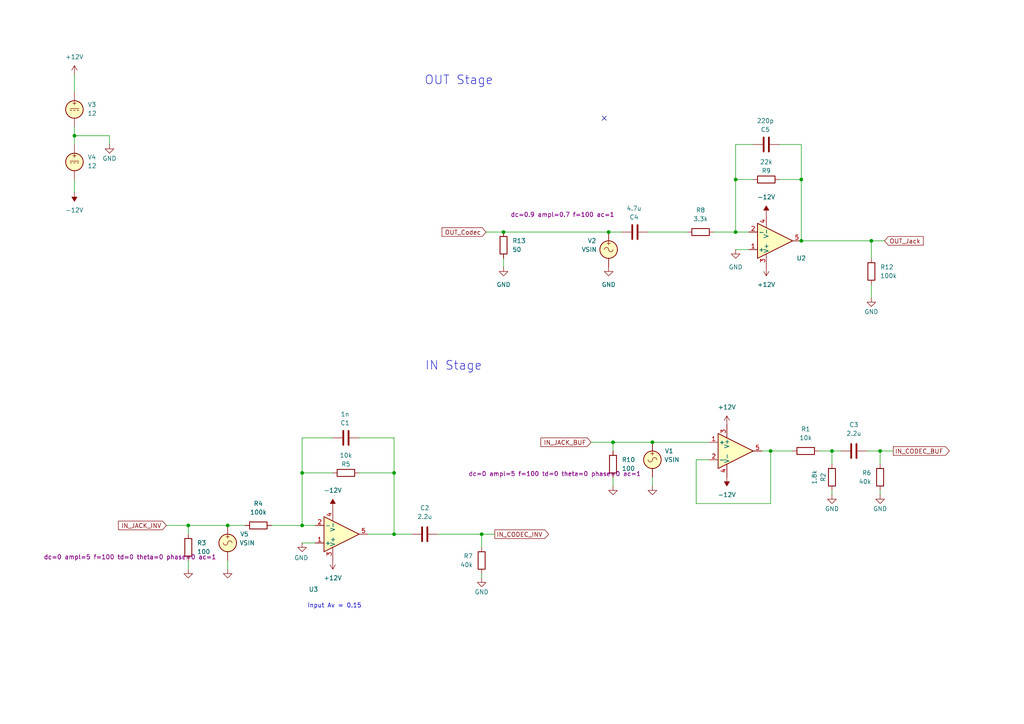
<source format=kicad_sch>
(kicad_sch (version 20250114) (generator "eeschema") (generator_version "9.0")
  (paper "A4")
  (lib_symbols
    (symbol "Device:C" (pin_numbers (hide yes)) (pin_names (offset 0.254))
      (property "Reference" "C" (at 0.635 2.54 0))
      (property "Value" "C" (at 0.635 -2.54 0))
      (symbol "C_0_1"
        (polyline (pts (xy -2.032 0.762) (xy 2.032 0.762)) (stroke (width 0.508)))
        (polyline (pts (xy -2.032 -0.762) (xy 2.032 -0.762)) (stroke (width 0.508)))
      )
      (symbol "C_1_1"
        (pin passive line (at 0 3.81 270) (length 2.794) (name "~") (number "1"))
        (pin passive line (at 0 -3.81 90) (length 2.794) (name "~") (number "2"))
      )
    )
    (symbol "Device:R" (pin_numbers (hide yes)) (pin_names (offset 0))
      (property "Reference" "R" (at 2.032 0 90))
      (property "Value" "R" (at 0 0 90))
      (symbol "R_0_1"
        (rectangle (start -1.016 -2.54) (end 1.016 2.54) (stroke (width 0.254)))
      )
      (symbol "R_1_1"
        (pin passive line (at 0 3.81 270) (length 1.27) (name "~") (number "1"))
        (pin passive line (at 0 -3.81 90) (length 1.27) (name "~") (number "2"))
      )
    )
    (symbol "Simulation_SPICE:OPAMP" (pin_names (offset 0.254))
      (property "Reference" "U" (at 3.81 3.175 0))
      (property "Value" "${SIM.PARAMS}" (at 3.81 -3.175 0))
      (symbol "OPAMP_0_1"
        (polyline (pts (xy 5.08 0) (xy -5.08 5.08) (xy -5.08 -5.08) (xy 5.08 0)) (stroke (width 0.254)) (fill (type background)))
      )
      (symbol "OPAMP_1_1"
        (pin input line (at -7.62 2.54 0) (length 2.54) (name "+") (number "1"))
        (pin input line (at -7.62 -2.54 0) (length 2.54) (name "-") (number "2"))
        (pin power_in line (at -2.54 7.62 270) (length 3.81) (name "V+") (number "3"))
        (pin power_in line (at -2.54 -7.62 90) (length 3.81) (name "V-") (number "4"))
        (pin output line (at 7.62 0 180) (length 2.54) (name "~") (number "5"))
      )
    )
    (symbol "Simulation_SPICE:VDC" (pin_numbers (hide yes)) (pin_names (offset 0.0254))
      (property "Reference" "V" (at 2.54 2.54 0))
      (property "Value" "1" (at 2.54 0 0))
      (symbol "VDC_0_0"
        (polyline (pts (xy -1.27 0.254) (xy 1.27 0.254)))
        (polyline (pts (xy -0.762 -0.254) (xy -1.27 -0.254)))
        (polyline (pts (xy 0.254 -0.254) (xy -0.254 -0.254)))
        (polyline (pts (xy 1.27 -0.254) (xy 0.762 -0.254)))
        (text "+" (at 0 1.905 0) (effects (font (size 1.27 1.27))))
      )
      (symbol "VDC_0_1"
        (circle (center 0 0) (radius 2.54) (stroke (width 0.254)) (fill (type background)))
      )
      (symbol "VDC_1_1"
        (pin passive line (at 0 5.08 270) (length 2.54) (name "~") (number "1"))
        (pin passive line (at 0 -5.08 90) (length 2.54) (name "~") (number "2"))
      )
    )
    (symbol "Simulation_SPICE:VSIN" (pin_numbers (hide yes)) (pin_names (offset 0.0254))
      (property "Reference" "V" (at 2.54 2.54 0))
      (property "Value" "VSIN" (at 2.54 0 0))
      (property "Sim.Params" "dc=0 ampl=1 f=1k ac=1" (at 2.54 -2.54 0))
      (symbol "VSIN_0_0"
        (arc (start -1.27 0) (mid -0.635 0.6323) (end 0 0))
        (arc (start 1.27 0) (mid 0.635 -0.6323) (end 0 0))
        (text "+" (at 0 1.905 0) (effects (font (size 1.27 1.27))))
      )
      (symbol "VSIN_0_1"
        (circle (center 0 0) (radius 2.54) (stroke (width 0.254)) (fill (type background)))
      )
      (symbol "VSIN_1_1"
        (pin passive line (at 0 5.08 270) (length 2.54) (name "~") (number "1"))
        (pin passive line (at 0 -5.08 90) (length 2.54) (name "~") (number "2"))
      )
    )
    (symbol "power:+5V" (power) (pin_numbers (hide yes)) (pin_names (offset 0) (hide yes))
      (property "Value" "+5V" (at 0 3.556 0))
      (symbol "+5V_0_1"
        (polyline (pts (xy -0.762 1.27) (xy 0 2.54)))
        (polyline (pts (xy 0 2.54) (xy 0.762 1.27)))
        (polyline (pts (xy 0 0) (xy 0 2.54)))
      )
      (symbol "+5V_1_1"
        (pin power_in line (at 0 0 90) (length 0) (name "~") (number "1"))
      )
    )
    (symbol "power:-12V" (power) (pin_numbers (hide yes)) (pin_names (offset 0) (hide yes))
      (property "Value" "-12V" (at 0 3.556 0))
      (symbol "-12V_0_0"
        (pin power_in line (at 0 0 90) (length 0) (name "~") (number "1"))
      )
      (symbol "-12V_0_1"
        (polyline (pts (xy 0 0) (xy 0 1.27) (xy 0.762 1.27) (xy 0 2.54) (xy -0.762 1.27) (xy 0 1.27)) (fill (type outline)))
      )
    )
    (symbol "power:GND" (power) (pin_numbers (hide yes)) (pin_names (offset 0) (hide yes))
      (property "Value" "GND" (at 0 -3.81 0))
      (symbol "GND_0_1"
        (polyline (pts (xy 0 0) (xy 0 -1.27) (xy 1.27 -1.27) (xy 0 -2.54) (xy -1.27 -1.27) (xy 0 -1.27)))
      )
      (symbol "GND_1_1"
        (pin power_in line (at 0 0 270) (length 0) (name "~") (number "1"))
      )
    )
  )
  (text "OUT Stage" (at 133.096 23.368 0) (effects (font (size 2.54 2.54))))
  (text "IN Stage" (at 131.572 106.172 0) (effects (font (size 2.54 2.54))))
  (text "Input Av = 0.15" (at 97.028 175.768 0) (effects (font (size 1.27 1.27))))
  (junction (at 114.3 137.16))
  (junction (at 255.27 130.81))
  (junction (at 252.73 69.85))
  (junction (at 241.3 130.81))
  (junction (at 176.53 67.31))
  (junction (at 232.41 69.85))
  (junction (at 146.05 67.31))
  (junction (at 87.63 137.16))
  (junction (at 114.3 154.94))
  (junction (at 213.36 52.07))
  (junction (at 21.59 39.37))
  (junction (at 66.04 152.4))
  (junction (at 54.61 152.4))
  (junction (at 139.7 154.94))
  (junction (at 177.8 128.27))
  (junction (at 223.52 130.81))
  (junction (at 189.23 128.27))
  (junction (at 213.36 67.31))
  (junction (at 87.63 152.4))
  (junction (at 232.41 52.07))
  (no_connect (at 175.26 34.29))
  (wire (pts (xy 21.59 39.37) (xy 21.59 41.91)))
  (wire (pts (xy 87.63 157.48) (xy 91.44 157.48)))
  (wire (pts (xy 213.36 67.31) (xy 213.36 52.07)))
  (wire (pts (xy 114.3 137.16) (xy 114.3 127)))
  (wire (pts (xy 106.68 154.94) (xy 114.3 154.94)))
  (wire (pts (xy 21.59 52.07) (xy 21.59 55.88)))
  (wire (pts (xy 226.06 52.07) (xy 232.41 52.07)))
  (wire (pts (xy 139.7 154.94) (xy 143.51 154.94)))
  (wire (pts (xy 252.73 74.93) (xy 252.73 69.85)))
  (wire (pts (xy 54.61 152.4) (xy 66.04 152.4)))
  (wire (pts (xy 54.61 154.94) (xy 54.61 152.4)))
  (wire (pts (xy 177.8 130.81) (xy 177.8 128.27)))
  (wire (pts (xy 241.3 130.81) (xy 243.84 130.81)))
  (wire (pts (xy 226.06 41.91) (xy 232.41 41.91)))
  (wire (pts (xy 104.14 137.16) (xy 114.3 137.16)))
  (wire (pts (xy 237.49 130.81) (xy 241.3 130.81)))
  (wire (pts (xy 139.7 166.37) (xy 139.7 167.64)))
  (wire (pts (xy 21.59 36.83) (xy 21.59 39.37)))
  (wire (pts (xy 78.74 152.4) (xy 87.63 152.4)))
  (wire (pts (xy 87.63 137.16) (xy 96.52 137.16)))
  (wire (pts (xy 241.3 142.24) (xy 241.3 143.51)))
  (wire (pts (xy 140.97 67.31) (xy 146.05 67.31)))
  (wire (pts (xy 54.61 162.56) (xy 54.61 165.1)))
  (wire (pts (xy 171.45 128.27) (xy 177.8 128.27)))
  (wire (pts (xy 96.52 127) (xy 87.63 127)))
  (wire (pts (xy 189.23 128.27) (xy 205.74 128.27)))
  (wire (pts (xy 213.36 72.39) (xy 217.17 72.39)))
  (wire (pts (xy 176.53 67.31) (xy 180.34 67.31)))
  (wire (pts (xy 31.75 39.37) (xy 31.75 41.91)))
  (wire (pts (xy 201.93 133.35) (xy 201.93 146.05)))
  (wire (pts (xy 213.36 41.91) (xy 213.36 52.07)))
  (wire (pts (xy 139.7 154.94) (xy 139.7 158.75)))
  (wire (pts (xy 213.36 67.31) (xy 217.17 67.31)))
  (wire (pts (xy 177.8 138.43) (xy 177.8 140.97)))
  (wire (pts (xy 251.46 130.81) (xy 255.27 130.81)))
  (wire (pts (xy 252.73 69.85) (xy 256.54 69.85)))
  (wire (pts (xy 220.98 130.81) (xy 223.52 130.81)))
  (wire (pts (xy 114.3 137.16) (xy 114.3 154.94)))
  (wire (pts (xy 201.93 146.05) (xy 223.52 146.05)))
  (wire (pts (xy 223.52 130.81) (xy 229.87 130.81)))
  (wire (pts (xy 187.96 67.31) (xy 199.39 67.31)))
  (wire (pts (xy 146.05 67.31) (xy 176.53 67.31)))
  (wire (pts (xy 255.27 130.81) (xy 255.27 134.62)))
  (wire (pts (xy 232.41 69.85) (xy 252.73 69.85)))
  (wire (pts (xy 252.73 82.55) (xy 252.73 86.36)))
  (wire (pts (xy 255.27 142.24) (xy 255.27 143.51)))
  (wire (pts (xy 114.3 154.94) (xy 119.38 154.94)))
  (wire (pts (xy 255.27 130.81) (xy 259.08 130.81)))
  (wire (pts (xy 232.41 52.07) (xy 232.41 69.85)))
  (wire (pts (xy 87.63 152.4) (xy 87.63 137.16)))
  (wire (pts (xy 21.59 39.37) (xy 31.75 39.37)))
  (wire (pts (xy 232.41 41.91) (xy 232.41 52.07)))
  (wire (pts (xy 48.26 152.4) (xy 54.61 152.4)))
  (wire (pts (xy 177.8 128.27) (xy 189.23 128.27)))
  (wire (pts (xy 87.63 127) (xy 87.63 137.16)))
  (wire (pts (xy 207.01 67.31) (xy 213.36 67.31)))
  (wire (pts (xy 218.44 41.91) (xy 213.36 41.91)))
  (wire (pts (xy 201.93 133.35) (xy 205.74 133.35)))
  (wire (pts (xy 21.59 21.59) (xy 21.59 26.67)))
  (wire (pts (xy 213.36 52.07) (xy 218.44 52.07)))
  (wire (pts (xy 87.63 152.4) (xy 91.44 152.4)))
  (wire (pts (xy 127 154.94) (xy 139.7 154.94)))
  (wire (pts (xy 189.23 138.43) (xy 189.23 140.97)))
  (wire (pts (xy 66.04 162.56) (xy 66.04 165.1)))
  (wire (pts (xy 104.14 127) (xy 114.3 127)))
  (wire (pts (xy 66.04 152.4) (xy 71.12 152.4)))
  (wire (pts (xy 146.05 74.93) (xy 146.05 77.47)))
  (wire (pts (xy 241.3 130.81) (xy 241.3 134.62)))
  (wire (pts (xy 223.52 146.05) (xy 223.52 130.81)))
  (global_label "IN_CODEC_BUF" (shape output) (at 259.08 130.81 0) (property "Intersheetrefs" "${INTERSHEET_REFS}" (effects (hide yes))))
  (global_label "IN_JACK_INV" (shape input) (at 48.26 152.4 180) (property "Intersheetrefs" "${INTERSHEET_REFS}" (effects (hide yes))))
  (global_label "OUT_Codec" (shape input) (at 140.97 67.31 180) (property "Intersheetrefs" "${INTERSHEET_REFS}" (effects (hide yes))))
  (global_label "OUT_Jack" (shape input) (at 256.54 69.85 0) (property "Intersheetrefs" "${INTERSHEET_REFS}" (effects (hide yes))))
  (global_label "IN_CODEC_INV" (shape output) (at 143.51 154.94 0) (property "Intersheetrefs" "${INTERSHEET_REFS}" (effects (hide yes))))
  (global_label "IN_JACK_BUF" (shape input) (at 171.45 128.27 180) (property "Intersheetrefs" "${INTERSHEET_REFS}" (effects (hide yes))))
  (symbol (lib_id "Device:R") (at 74.93 152.4 90) (mirror x) (unit 1)
    (property "Reference" "R4" (at 74.93 146.05 90))
    (property "Value" "100k" (at 74.93 148.59 90))
    (property "Description" "Resistor" (effects (hide yes)))
  )
  (symbol (lib_id "power:-12V") (at 210.82 138.43 0) (mirror x) (unit 1)
    (property "Reference" "#PWR02" (effects (hide yes)))
    (property "Value" "-12V" (at 210.82 143.51 0))
    (property "Description" "Power symbol creates a global label with name \"-12V\"" (effects (hide yes)))
  )
  (symbol (lib_id "Simulation_SPICE:OPAMP") (at 224.79 69.85 0) (mirror x) (unit 1)
    (property "Reference" "U2" (at 232.41 74.8986 0))
    (property "Value" "${SIM.PARAMS}" (at 232.41 72.9935 0))
    (property "Datasheet" "https://ngspice.sourceforge.io/docs/ngspice-html-manual/manual.xhtml#sec__SUBCKT_Subcircuits" (effects (hide yes)))
    (property "Description" "Operational amplifier, single, node sequence=1:+ 2:- 3:OUT 4:V+ 5:V-" (effects (hide yes)))
    (property "Sim.Pins" "1=in+ 2=in- 3=vcc 4=vee 5=out" (effects (hide yes)))
    (property "Sim.Device" "SUBCKT" (effects (hide yes)))
    (property "Sim.Library" "${KICAD7_SYMBOL_DIR}/Simulation_SPICE.sp" (effects (hide yes)))
    (property "Sim.Name" "kicad_builtin_opamp" (effects (hide yes)))
  )
  (symbol (lib_id "power:GND") (at 189.23 140.97 0) (mirror y) (unit 1)
    (property "Reference" "#PWR01" (effects (hide yes)))
    (property "Value" "GND" (effects (hide yes)))
    (property "Description" "Power symbol creates a global label with name \"GND\" , ground" (effects (hide yes)))
  )
  (symbol (lib_id "power:-12V") (at 21.59 55.88 0) (mirror x) (unit 1)
    (property "Reference" "#PWR013" (effects (hide yes)))
    (property "Value" "-12V" (at 21.59 60.96 0))
    (property "Description" "Power symbol creates a global label with name \"-12V\"" (effects (hide yes)))
  )
  (symbol (lib_id "Device:R") (at 255.27 138.43 0) (mirror x) (unit 1)
    (property "Reference" "R6" (at 252.73 137.1599 0) (effects (justify right)))
    (property "Value" "40k" (at 252.73 139.6999 0) (effects (justify right)))
    (property "Description" "Resistor" (effects (hide yes)))
  )
  (symbol (lib_id "power:GND") (at 54.61 165.1 0) (mirror y) (unit 1)
    (property "Reference" "#PWR05" (effects (hide yes)))
    (property "Value" "GND" (effects (hide yes)))
    (property "Description" "Power symbol creates a global label with name \"GND\" , ground" (effects (hide yes)))
  )
  (symbol (lib_id "Simulation_SPICE:VSIN") (at 189.23 133.35 0) (mirror y) (unit 1) (in_bom no) (on_board no)
    (property "Reference" "V1" (at 195.326 130.81 0) (effects (justify left)))
    (property "Value" "VSIN" (at 197.104 133.35 0) (effects (justify left)))
    (property "Datasheet" "https://ngspice.sourceforge.io/docs/ngspice-html-manual/manual.xhtml#sec_Independent_Sources_for" (effects (hide yes)))
    (property "Description" "Voltage source, sinusoidal" (effects (hide yes)))
    (property "Sim.Pins" "1=+ 2=-" (effects (hide yes)))
    (property "Sim.Params" "dc=0 ampl=5 f=100 td=0 theta=0 phase=0 ac=1" (at 185.928 137.414 0) (effects (justify left)))
    (property "Sim.Type" "SIN" (effects (hide yes)))
    (property "Sim.Device" "V" (effects (hide yes)))
  )
  (symbol (lib_id "power:-12V") (at 96.52 147.32 0) (mirror y) (unit 1)
    (property "Reference" "#PWR019" (effects (hide yes)))
    (property "Value" "-12V" (at 96.52 142.24 0))
    (property "Description" "Power symbol creates a global label with name \"-12V\"" (effects (hide yes)))
  )
  (symbol (lib_id "power:GND") (at 146.05 77.47 0) (unit 1) (in_bom no) (on_board no)
    (property "Reference" "#PWR017" (effects (hide yes)))
    (property "Value" "GND" (at 146.05 82.55 0))
    (property "Description" "Power symbol creates a global label with name \"GND\" , ground" (effects (hide yes)))
  )
  (symbol (lib_id "power:GND") (at 241.3 143.51 0) (unit 1)
    (property "Reference" "#PWR04" (effects (hide yes)))
    (property "Value" "GND" (at 241.3 147.574 0))
    (property "Description" "Power symbol creates a global label with name \"GND\" , ground" (effects (hide yes)))
  )
  (symbol (lib_id "Device:R") (at 146.05 71.12 180) (unit 1)
    (property "Reference" "R13" (at 148.59 69.8499 0) (effects (justify right)))
    (property "Value" "50" (at 148.59 72.3899 0) (effects (justify right)))
    (property "Description" "Resistor" (effects (hide yes)))
  )
  (symbol (lib_id "power:+5V") (at 21.59 21.59 0) (mirror y) (unit 1)
    (property "Reference" "#PWR014" (effects (hide yes)))
    (property "Value" "+12V" (at 21.59 16.51 0))
    (property "Description" "Power symbol creates a global label with name \"+5V\"" (effects (hide yes)))
  )
  (symbol (lib_id "Device:R") (at 241.3 138.43 0) (mirror x) (unit 1)
    (property "Reference" "R2" (at 238.76 138.43 90))
    (property "Value" "1.8k" (at 236.22 138.43 90))
    (property "Description" "Resistor" (effects (hide yes)))
  )
  (symbol (lib_id "Simulation_SPICE:VDC") (at 21.59 31.75 0) (unit 1)
    (property "Reference" "V3" (at 25.4 30.3501 0) (effects (justify left)))
    (property "Value" "12" (at 25.4 32.8901 0) (effects (justify left)))
    (property "Datasheet" "https://ngspice.sourceforge.io/docs/ngspice-html-manual/manual.xhtml#sec_Independent_Sources_for" (effects (hide yes)))
    (property "Description" "Voltage source, DC" (effects (hide yes)))
    (property "Sim.Pins" "1=+ 2=-" (effects (hide yes)))
    (property "Sim.Type" "DC" (effects (hide yes)))
    (property "Sim.Device" "V" (effects (hide yes)))
  )
  (symbol (lib_id "Device:C") (at 222.25 41.91 270) (mirror x) (unit 1)
    (property "Reference" "C5" (at 221.996 37.592 90))
    (property "Value" "220p" (at 221.996 35.052 90))
    (property "Description" "Unpolarized capacitor" (effects (hide yes)))
  )
  (symbol (lib_id "Device:R") (at 177.8 134.62 180) (unit 1)
    (property "Reference" "R10" (at 180.34 133.3499 0) (effects (justify right)))
    (property "Value" "100" (at 180.34 135.8899 0) (effects (justify right)))
    (property "Description" "Resistor" (effects (hide yes)))
  )
  (symbol (lib_id "power:GND") (at 177.8 140.97 0) (mirror y) (unit 1)
    (property "Reference" "#PWR012" (effects (hide yes)))
    (property "Value" "GND" (effects (hide yes)))
    (property "Description" "Power symbol creates a global label with name \"GND\" , ground" (effects (hide yes)))
  )
  (symbol (lib_id "power:GND") (at 87.63 157.48 0) (mirror y) (unit 1)
    (property "Reference" "#PWR018" (effects (hide yes)))
    (property "Value" "GND" (at 87.376 161.798 0))
    (property "Description" "Power symbol creates a global label with name \"GND\" , ground" (effects (hide yes)))
  )
  (symbol (lib_id "power:+5V") (at 96.52 162.56 0) (mirror x) (unit 1)
    (property "Reference" "#PWR020" (effects (hide yes)))
    (property "Value" "+12V" (at 96.52 167.64 0))
    (property "Description" "Power symbol creates a global label with name \"+5V\"" (effects (hide yes)))
  )
  (symbol (lib_id "power:GND") (at 31.75 41.91 0) (unit 1)
    (property "Reference" "#PWR015" (effects (hide yes)))
    (property "Value" "GND" (at 31.75 45.974 0))
    (property "Description" "Power symbol creates a global label with name \"GND\" , ground" (effects (hide yes)))
  )
  (symbol (lib_id "power:+5V") (at 222.25 77.47 0) (mirror x) (unit 1)
    (property "Reference" "#PWR011" (effects (hide yes)))
    (property "Value" "+12V" (at 222.25 82.55 0))
    (property "Description" "Power symbol creates a global label with name \"+5V\"" (effects (hide yes)))
  )
  (symbol (lib_id "Device:R") (at 139.7 162.56 0) (mirror x) (unit 1)
    (property "Reference" "R7" (at 137.16 161.2899 0) (effects (justify right)))
    (property "Value" "40k" (at 137.16 163.8299 0) (effects (justify right)))
    (property "Description" "Resistor" (effects (hide yes)))
  )
  (symbol (lib_id "power:GND") (at 176.53 77.47 0) (unit 1) (in_bom no) (on_board no)
    (property "Reference" "#PWR07" (effects (hide yes)))
    (property "Value" "GND" (at 176.53 82.55 0))
    (property "Description" "Power symbol creates a global label with name \"GND\" , ground" (effects (hide yes)))
  )
  (symbol (lib_id "Device:R") (at 100.33 137.16 90) (mirror x) (unit 1)
    (property "Reference" "R5" (at 100.33 134.62 90))
    (property "Value" "10k" (at 100.33 132.08 90))
    (property "Description" "Resistor" (effects (hide yes)))
  )
  (symbol (lib_id "Device:R") (at 252.73 78.74 180) (unit 1)
    (property "Reference" "R12" (at 255.27 77.4699 0) (effects (justify right)))
    (property "Value" "100k" (at 255.27 80.0099 0) (effects (justify right)))
    (property "Description" "Resistor" (effects (hide yes)))
  )
  (symbol (lib_id "Device:R") (at 222.25 52.07 90) (mirror x) (unit 1)
    (property "Reference" "R9" (at 222.25 49.53 90))
    (property "Value" "22k" (at 222.25 46.99 90))
    (property "Description" "Resistor" (effects (hide yes)))
  )
  (symbol (lib_id "Simulation_SPICE:VDC") (at 21.59 46.99 0) (unit 1)
    (property "Reference" "V4" (at 25.4 45.5901 0) (effects (justify left)))
    (property "Value" "12" (at 25.4 48.1301 0) (effects (justify left)))
    (property "Datasheet" "https://ngspice.sourceforge.io/docs/ngspice-html-manual/manual.xhtml#sec_Independent_Sources_for" (effects (hide yes)))
    (property "Description" "Voltage source, DC" (effects (hide yes)))
    (property "Sim.Pins" "1=+ 2=-" (effects (hide yes)))
    (property "Sim.Type" "DC" (effects (hide yes)))
    (property "Sim.Device" "V" (effects (hide yes)))
  )
  (symbol (lib_id "Simulation_SPICE:VSIN") (at 66.04 157.48 0) (mirror y) (unit 1) (in_bom no) (on_board no)
    (property "Reference" "V5" (at 72.136 154.94 0) (effects (justify left)))
    (property "Value" "VSIN" (at 73.914 157.48 0) (effects (justify left)))
    (property "Datasheet" "https://ngspice.sourceforge.io/docs/ngspice-html-manual/manual.xhtml#sec_Independent_Sources_for" (effects (hide yes)))
    (property "Description" "Voltage source, sinusoidal" (effects (hide yes)))
    (property "Sim.Pins" "1=+ 2=-" (effects (hide yes)))
    (property "Sim.Params" "dc=0 ampl=5 f=100 td=0 theta=0 phase=0 ac=1" (at 62.738 161.544 0) (effects (justify left)))
    (property "Sim.Type" "SIN" (effects (hide yes)))
    (property "Sim.Device" "V" (effects (hide yes)))
  )
  (symbol (lib_id "Device:C") (at 123.19 154.94 90) (mirror x) (unit 1)
    (property "Reference" "C2" (at 123.19 147.32 90))
    (property "Value" "2.2u" (at 123.19 149.86 90))
    (property "Description" "Unpolarized capacitor" (effects (hide yes)))
  )
  (symbol (lib_id "Device:C") (at 247.65 130.81 90) (mirror x) (unit 1)
    (property "Reference" "C3" (at 247.65 123.19 90))
    (property "Value" "2.2u" (at 247.65 125.73 90))
    (property "Description" "Unpolarized capacitor" (effects (hide yes)))
  )
  (symbol (lib_id "Device:C") (at 100.33 127 270) (mirror x) (unit 1)
    (property "Reference" "C1" (at 100.076 122.682 90))
    (property "Value" "1n" (at 100.076 120.142 90))
    (property "Description" "Unpolarized capacitor" (effects (hide yes)))
  )
  (symbol (lib_id "power:GND") (at 252.73 86.36 0) (mirror y) (unit 1)
    (property "Reference" "#PWR016" (effects (hide yes)))
    (property "Value" "GND" (at 252.73 90.424 0))
    (property "Description" "Power symbol creates a global label with name \"GND\" , ground" (effects (hide yes)))
  )
  (symbol (lib_id "Device:C") (at 184.15 67.31 270) (mirror x) (unit 1)
    (property "Reference" "C4" (at 183.896 62.992 90))
    (property "Value" "4.7u" (at 183.896 60.452 90))
    (property "Description" "Unpolarized capacitor" (effects (hide yes)))
  )
  (symbol (lib_id "power:+5V") (at 210.82 123.19 0) (mirror y) (unit 1)
    (property "Reference" "#PWR03" (effects (hide yes)))
    (property "Value" "+12V" (at 210.82 118.11 0))
    (property "Description" "Power symbol creates a global label with name \"+5V\"" (effects (hide yes)))
  )
  (symbol (lib_id "Device:R") (at 54.61 158.75 180) (unit 1)
    (property "Reference" "R3" (at 57.15 157.4799 0) (effects (justify right)))
    (property "Value" "100" (at 57.15 160.0199 0) (effects (justify right)))
    (property "Description" "Resistor" (effects (hide yes)))
  )
  (symbol (lib_id "Device:R") (at 233.68 130.81 90) (mirror x) (unit 1)
    (property "Reference" "R1" (at 233.68 124.46 90))
    (property "Value" "10k" (at 233.68 127 90))
    (property "Description" "Resistor" (effects (hide yes)))
  )
  (symbol (lib_id "power:GND") (at 213.36 72.39 0) (mirror y) (unit 1) (in_bom no) (on_board no)
    (property "Reference" "#PWR09" (effects (hide yes)))
    (property "Value" "GND" (at 213.36 77.47 0))
    (property "Description" "Power symbol creates a global label with name \"GND\" , ground" (effects (hide yes)))
  )
  (symbol (lib_id "Simulation_SPICE:OPAMP") (at 99.06 154.94 0) (mirror x) (unit 1)
    (property "Reference" "U3" (at 90.932 170.942 0))
    (property "Value" "${SIM.PARAMS}" (at 106.68 158.0835 0))
    (property "Datasheet" "https://ngspice.sourceforge.io/docs/ngspice-html-manual/manual.xhtml#sec__SUBCKT_Subcircuits" (effects (hide yes)))
    (property "Description" "Operational amplifier, single, node sequence=1:+ 2:- 3:OUT 4:V+ 5:V-" (effects (hide yes)))
    (property "Sim.Pins" "1=in+ 2=in- 3=vcc 4=vee 5=out" (effects (hide yes)))
    (property "Sim.Device" "SUBCKT" (effects (hide yes)))
    (property "Sim.Library" "${KICAD7_SYMBOL_DIR}/Simulation_SPICE.sp" (effects (hide yes)))
    (property "Sim.Name" "kicad_builtin_opamp" (effects (hide yes)))
  )
  (symbol (lib_id "Simulation_SPICE:VSIN") (at 176.53 72.39 0) (unit 1) (in_bom no) (on_board no)
    (property "Reference" "V2" (at 170.434 69.85 0) (effects (justify left)))
    (property "Value" "VSIN" (at 168.656 72.39 0) (effects (justify left)))
    (property "Datasheet" "https://ngspice.sourceforge.io/docs/ngspice-html-manual/manual.xhtml#sec_Independent_Sources_for" (effects (hide yes)))
    (property "Description" "Voltage source, sinusoidal" (effects (hide yes)))
    (property "Sim.Pins" "1=+ 2=-" (effects (hide yes)))
    (property "Sim.Params" "dc=0.9 ampl=0.7 f=100 ac=1" (at 148.082 62.23 0) (effects (justify left)))
    (property "Sim.Type" "SIN" (effects (hide yes)))
    (property "Sim.Device" "V" (effects (hide yes)))
  )
  (symbol (lib_id "Device:R") (at 203.2 67.31 90) (mirror x) (unit 1)
    (property "Reference" "R8" (at 203.2 60.96 90))
    (property "Value" "3.3k" (at 203.2 63.5 90))
    (property "Description" "Resistor" (effects (hide yes)))
  )
  (symbol (lib_id "power:-12V") (at 222.25 62.23 0) (mirror y) (unit 1)
    (property "Reference" "#PWR010" (effects (hide yes)))
    (property "Value" "-12V" (at 222.25 57.15 0))
    (property "Description" "Power symbol creates a global label with name \"-12V\"" (effects (hide yes)))
  )
  (symbol (lib_id "Simulation_SPICE:OPAMP") (at 213.36 130.81 0) (unit 1)
    (property "Reference" "U1" (effects (hide yes)))
    (property "Value" "${SIM.PARAMS}" (at 220.98 127.6665 0))
    (property "Datasheet" "https://ngspice.sourceforge.io/docs/ngspice-html-manual/manual.xhtml#sec__SUBCKT_Subcircuits" (effects (hide yes)))
    (property "Description" "Operational amplifier, single, node sequence=1:+ 2:- 3:OUT 4:V+ 5:V-" (effects (hide yes)))
    (property "Sim.Pins" "1=in+ 2=in- 3=vcc 4=vee 5=out" (effects (hide yes)))
    (property "Sim.Device" "SUBCKT" (effects (hide yes)))
    (property "Sim.Library" "${KICAD7_SYMBOL_DIR}/Simulation_SPICE.sp" (effects (hide yes)))
    (property "Sim.Name" "kicad_builtin_opamp" (effects (hide yes)))
  )
  (symbol (lib_id "power:GND") (at 66.04 165.1 0) (mirror y) (unit 1)
    (property "Reference" "#PWR08" (effects (hide yes)))
    (property "Value" "GND" (effects (hide yes)))
    (property "Description" "Power symbol creates a global label with name \"GND\" , ground" (effects (hide yes)))
  )
  (symbol (lib_id "power:GND") (at 255.27 143.51 0) (unit 1)
    (property "Reference" "#PWR06" (effects (hide yes)))
    (property "Value" "GND" (at 255.27 147.574 0))
    (property "Description" "Power symbol creates a global label with name \"GND\" , ground" (effects (hide yes)))
  )
  (symbol (lib_id "power:GND") (at 139.7 167.64 0) (unit 1)
    (property "Reference" "#PWR021" (effects (hide yes)))
    (property "Value" "GND" (at 139.7 171.704 0))
    (property "Description" "Power symbol creates a global label with name \"GND\" , ground" (effects (hide yes)))
  )
)
</source>
